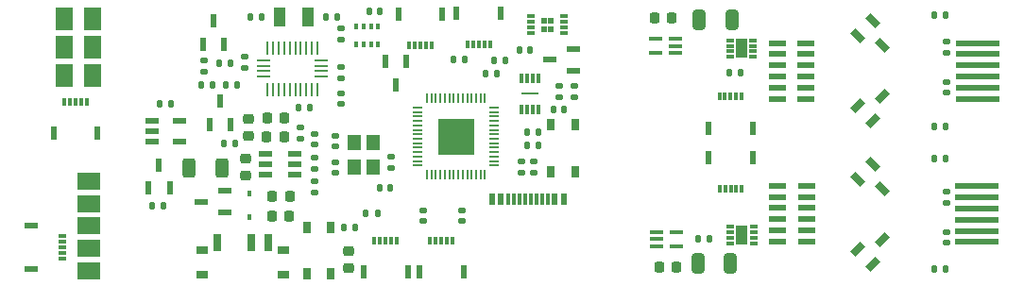
<source format=gbr>
%TF.GenerationSoftware,KiCad,Pcbnew,(6.0.4)*%
%TF.CreationDate,2023-04-22T21:53:26+09:00*%
%TF.ProjectId,kaguya-elec,6b616775-7961-42d6-956c-65632e6b6963,rev?*%
%TF.SameCoordinates,Original*%
%TF.FileFunction,Paste,Top*%
%TF.FilePolarity,Positive*%
%FSLAX46Y46*%
G04 Gerber Fmt 4.6, Leading zero omitted, Abs format (unit mm)*
G04 Created by KiCad (PCBNEW (6.0.4)) date 2023-04-22 21:53:26*
%MOMM*%
%LPD*%
G01*
G04 APERTURE LIST*
G04 Aperture macros list*
%AMRoundRect*
0 Rectangle with rounded corners*
0 $1 Rounding radius*
0 $2 $3 $4 $5 $6 $7 $8 $9 X,Y pos of 4 corners*
0 Add a 4 corners polygon primitive as box body*
4,1,4,$2,$3,$4,$5,$6,$7,$8,$9,$2,$3,0*
0 Add four circle primitives for the rounded corners*
1,1,$1+$1,$2,$3*
1,1,$1+$1,$4,$5*
1,1,$1+$1,$6,$7*
1,1,$1+$1,$8,$9*
0 Add four rect primitives between the rounded corners*
20,1,$1+$1,$2,$3,$4,$5,0*
20,1,$1+$1,$4,$5,$6,$7,0*
20,1,$1+$1,$6,$7,$8,$9,0*
20,1,$1+$1,$8,$9,$2,$3,0*%
%AMRotRect*
0 Rectangle, with rotation*
0 The origin of the aperture is its center*
0 $1 length*
0 $2 width*
0 $3 Rotation angle, in degrees counterclockwise*
0 Add horizontal line*
21,1,$1,$2,0,0,$3*%
G04 Aperture macros list end*
%ADD10R,0.300000X0.650000*%
%ADD11R,0.500000X1.150000*%
%ADD12R,1.200000X1.400000*%
%ADD13RoundRect,0.135000X-0.135000X-0.185000X0.135000X-0.185000X0.135000X0.185000X-0.135000X0.185000X0*%
%ADD14R,1.000000X1.800000*%
%ADD15RoundRect,0.225000X-0.225000X-0.250000X0.225000X-0.250000X0.225000X0.250000X-0.225000X0.250000X0*%
%ADD16RoundRect,0.135000X0.185000X-0.135000X0.185000X0.135000X-0.185000X0.135000X-0.185000X-0.135000X0*%
%ADD17R,1.200000X0.450000*%
%ADD18R,1.250000X0.600000*%
%ADD19RoundRect,0.140000X-0.140000X-0.170000X0.140000X-0.170000X0.140000X0.170000X-0.140000X0.170000X0*%
%ADD20RoundRect,0.140000X0.170000X-0.140000X0.170000X0.140000X-0.170000X0.140000X-0.170000X-0.140000X0*%
%ADD21RoundRect,0.140000X-0.170000X0.140000X-0.170000X-0.140000X0.170000X-0.140000X0.170000X0.140000X0*%
%ADD22R,1.500000X0.600000*%
%ADD23R,0.700000X0.300000*%
%ADD24R,1.000000X1.700000*%
%ADD25RoundRect,0.135000X0.135000X0.185000X-0.135000X0.185000X-0.135000X-0.185000X0.135000X-0.185000X0*%
%ADD26RoundRect,0.218750X-0.218750X-0.256250X0.218750X-0.256250X0.218750X0.256250X-0.218750X0.256250X0*%
%ADD27R,0.700000X1.500000*%
%ADD28R,1.000000X0.800000*%
%ADD29RotRect,0.600000X1.250000X135.000000*%
%ADD30RoundRect,0.225000X0.225000X0.250000X-0.225000X0.250000X-0.225000X-0.250000X0.225000X-0.250000X0*%
%ADD31RoundRect,0.135000X-0.185000X0.135000X-0.185000X-0.135000X0.185000X-0.135000X0.185000X0.135000X0*%
%ADD32R,1.200000X0.600000*%
%ADD33R,2.000000X1.500000*%
%ADD34RotRect,0.600000X1.250000X45.000000*%
%ADD35R,1.500000X2.000000*%
%ADD36RoundRect,0.140000X0.140000X0.170000X-0.140000X0.170000X-0.140000X-0.170000X0.140000X-0.170000X0*%
%ADD37RoundRect,0.250000X0.312500X0.625000X-0.312500X0.625000X-0.312500X-0.625000X0.312500X-0.625000X0*%
%ADD38R,0.600000X1.250000*%
%ADD39R,0.350000X0.500000*%
%ADD40RoundRect,0.225000X0.250000X-0.225000X0.250000X0.225000X-0.250000X0.225000X-0.250000X-0.225000X0*%
%ADD41RoundRect,0.218750X0.256250X-0.218750X0.256250X0.218750X-0.256250X0.218750X-0.256250X-0.218750X0*%
%ADD42R,4.000000X0.600000*%
%ADD43R,0.450000X0.600000*%
%ADD44R,0.200000X0.875000*%
%ADD45R,0.875000X0.200000*%
%ADD46R,3.200000X3.200000*%
%ADD47RoundRect,0.250000X0.325000X0.650000X-0.325000X0.650000X-0.325000X-0.650000X0.325000X-0.650000X0*%
%ADD48R,0.650000X1.050000*%
%ADD49R,0.500000X0.600000*%
%ADD50R,0.750000X0.300000*%
%ADD51R,1.150000X0.600000*%
%ADD52R,0.300000X0.900000*%
%ADD53R,1.650000X0.250000*%
%ADD54RoundRect,0.218750X0.218750X0.256250X-0.218750X0.256250X-0.218750X-0.256250X0.218750X-0.256250X0*%
%ADD55R,0.250000X1.274500*%
%ADD56R,1.174500X0.250000*%
%ADD57RoundRect,0.250000X-0.325000X-0.650000X0.325000X-0.650000X0.325000X0.650000X-0.325000X0.650000X0*%
%ADD58R,0.650000X0.300000*%
%ADD59R,1.150000X0.500000*%
%ADD60R,0.600000X1.140000*%
%ADD61R,0.300000X1.140000*%
G04 APERTURE END LIST*
D10*
%TO.C,J6*%
X198297500Y-142798211D03*
X198797500Y-142798211D03*
X199297500Y-142798211D03*
X199797500Y-142798211D03*
X200297500Y-142798211D03*
D11*
X201282500Y-145608211D03*
X197312500Y-145608211D03*
%TD*%
D12*
%TO.C,Y1*%
X198200000Y-136195000D03*
X198200000Y-133995000D03*
X196500000Y-133995000D03*
X196500000Y-136195000D03*
%TD*%
D13*
%TO.C,R15*%
X205390000Y-126550000D03*
X206410000Y-126550000D03*
%TD*%
D14*
%TO.C,Y2*%
X189800000Y-122705000D03*
X192300000Y-122705000D03*
%TD*%
D15*
%TO.C,C34*%
X223407989Y-122812500D03*
X224957989Y-122812500D03*
%TD*%
D16*
%TO.C,R14*%
X186650000Y-127315000D03*
X186650000Y-126295000D03*
%TD*%
D13*
%TO.C,R26*%
X227330000Y-142600000D03*
X228350000Y-142600000D03*
%TD*%
D17*
%TO.C,IC6*%
X225292989Y-125992500D03*
X225292989Y-125342500D03*
X225292989Y-124692500D03*
X223492989Y-124692500D03*
X223492989Y-125992500D03*
%TD*%
D18*
%TO.C,Q2*%
X184900000Y-140250000D03*
X184900000Y-138350000D03*
X182800000Y-139300000D03*
%TD*%
D19*
%TO.C,C13*%
X214320000Y-131055000D03*
X215280000Y-131055000D03*
%TD*%
D20*
%TO.C,C28*%
X249595620Y-142998594D03*
X249595620Y-142038594D03*
%TD*%
D21*
%TO.C,C11*%
X202700000Y-140075000D03*
X202700000Y-141035000D03*
%TD*%
%TO.C,C20*%
X249561758Y-124956269D03*
X249561758Y-125916269D03*
%TD*%
D22*
%TO.C,J8*%
X234392989Y-130072500D03*
X236992989Y-130072500D03*
X236992989Y-129072500D03*
X234392989Y-129072500D03*
X236992989Y-128072500D03*
X234392989Y-128072500D03*
X234392989Y-127072500D03*
X236992989Y-127072500D03*
X234392989Y-126072500D03*
X236992989Y-126072500D03*
X236992989Y-125072500D03*
X234392989Y-125072500D03*
%TD*%
D19*
%TO.C,C14*%
X191520000Y-130905000D03*
X192480000Y-130905000D03*
%TD*%
D23*
%TO.C,IC14*%
X232290000Y-143037500D03*
X232290000Y-142537500D03*
X232290000Y-142037500D03*
X232290000Y-141537500D03*
X230190000Y-141537500D03*
X230190000Y-142037500D03*
X230190000Y-142537500D03*
X230190000Y-143037500D03*
D24*
X231240000Y-142287500D03*
%TD*%
D25*
%TO.C,R13*%
X179360000Y-139700000D03*
X178340000Y-139700000D03*
%TD*%
D26*
%TO.C,F1*%
X189112500Y-138800000D03*
X190687500Y-138800000D03*
%TD*%
D27*
%TO.C,S2*%
X184250000Y-143005000D03*
X187250000Y-143005000D03*
X188750000Y-143005000D03*
D28*
X182850000Y-143655000D03*
X182850000Y-145855000D03*
X190150000Y-143655000D03*
X190150000Y-145855000D03*
%TD*%
D13*
%TO.C,R28*%
X248501758Y-132566269D03*
X249521758Y-132566269D03*
%TD*%
D10*
%TO.C,J14*%
X229210489Y-129875711D03*
X229710489Y-129875711D03*
X230210489Y-129875711D03*
X230710489Y-129875711D03*
X231210489Y-129875711D03*
D11*
X232195489Y-132685711D03*
X228225489Y-132685711D03*
%TD*%
D13*
%TO.C,R25*%
X248501758Y-122566269D03*
X249521758Y-122566269D03*
%TD*%
D25*
%TO.C,R24*%
X231082989Y-127742500D03*
X230062989Y-127742500D03*
%TD*%
D10*
%TO.C,J16*%
X170507500Y-130383210D03*
X171007500Y-130383210D03*
X171507500Y-130383210D03*
X172007500Y-130383210D03*
X172507500Y-130383210D03*
D11*
X173492500Y-133193210D03*
X169522500Y-133193210D03*
%TD*%
D21*
%TO.C,C9*%
X206100000Y-140075000D03*
X206100000Y-141035000D03*
%TD*%
D23*
%TO.C,IC12*%
X232252989Y-126322500D03*
X232252989Y-125822500D03*
X232252989Y-125322500D03*
X232252989Y-124822500D03*
X230152989Y-124822500D03*
X230152989Y-125322500D03*
X230152989Y-125822500D03*
X230152989Y-126322500D03*
D24*
X231202989Y-125572500D03*
%TD*%
D29*
%TO.C,IC7*%
X241631406Y-143539305D03*
X242974909Y-144882808D03*
X243788082Y-142726132D03*
%TD*%
D25*
%TO.C,R9*%
X198560000Y-140355000D03*
X197540000Y-140355000D03*
%TD*%
D30*
%TO.C,C16*%
X190675000Y-140600000D03*
X189125000Y-140600000D03*
%TD*%
D31*
%TO.C,R11*%
X195300000Y-123745000D03*
X195300000Y-124765000D03*
%TD*%
D32*
%TO.C,IC4*%
X178350000Y-132050000D03*
X178350000Y-133000000D03*
X178350000Y-133950000D03*
X180850000Y-133950000D03*
X180850000Y-132050000D03*
%TD*%
D33*
%TO.C,J19*%
X172730000Y-137486656D03*
X172730000Y-139486656D03*
X172730000Y-141486656D03*
X172730000Y-143486656D03*
X172730000Y-145486656D03*
%TD*%
D13*
%TO.C,R19*%
X185000000Y-128810000D03*
X186020000Y-128810000D03*
%TD*%
D34*
%TO.C,IC8*%
X242974909Y-135954380D03*
X241631406Y-137297883D03*
X243788082Y-138111056D03*
%TD*%
D21*
%TO.C,C22*%
X191700000Y-132675000D03*
X191700000Y-133635000D03*
%TD*%
D13*
%TO.C,R2*%
X195540000Y-141605000D03*
X196560000Y-141605000D03*
%TD*%
D19*
%TO.C,C10*%
X212020000Y-133055000D03*
X212980000Y-133055000D03*
%TD*%
%TO.C,C18*%
X197820000Y-122205000D03*
X198780000Y-122205000D03*
%TD*%
D35*
%TO.C,J17*%
X173000000Y-128000000D03*
X170500000Y-128000000D03*
X173000000Y-125460000D03*
X170500000Y-125460000D03*
X173000000Y-122920000D03*
X170500000Y-122920000D03*
%TD*%
D31*
%TO.C,R31*%
X214840000Y-128900000D03*
X214840000Y-129920000D03*
%TD*%
D36*
%TO.C,C5*%
X212250000Y-125680000D03*
X211290000Y-125680000D03*
%TD*%
D37*
%TO.C,R17*%
X184612500Y-136250000D03*
X181687500Y-136250000D03*
%TD*%
D38*
%TO.C,Q3*%
X178050000Y-138100000D03*
X179950000Y-138100000D03*
X179000000Y-136000000D03*
%TD*%
%TO.C,Q4*%
X183500000Y-132355000D03*
X185400000Y-132355000D03*
X184450000Y-130255000D03*
%TD*%
%TO.C,Q6*%
X201150000Y-126755000D03*
X199250000Y-126755000D03*
X200200000Y-128855000D03*
%TD*%
D20*
%TO.C,C7*%
X192900000Y-134185000D03*
X192900000Y-133225000D03*
%TD*%
D25*
%TO.C,R16*%
X210000000Y-126600000D03*
X208980000Y-126600000D03*
%TD*%
D10*
%TO.C,J5*%
X203415000Y-125255000D03*
X202915000Y-125255000D03*
X202415000Y-125255000D03*
X201915000Y-125255000D03*
X201415000Y-125255000D03*
D11*
X200430000Y-122445000D03*
X204400000Y-122445000D03*
%TD*%
D16*
%TO.C,R21*%
X216180000Y-129910000D03*
X216180000Y-128890000D03*
%TD*%
D17*
%TO.C,IC11*%
X223590000Y-142000000D03*
X223590000Y-142650000D03*
X223590000Y-143300000D03*
X225390000Y-143300000D03*
X225390000Y-142000000D03*
%TD*%
D31*
%TO.C,R7*%
X212550000Y-135695000D03*
X212550000Y-136715000D03*
%TD*%
D36*
%TO.C,C2*%
X209230000Y-127855000D03*
X208270000Y-127855000D03*
%TD*%
D19*
%TO.C,C12*%
X212020000Y-134255000D03*
X212980000Y-134255000D03*
%TD*%
D31*
%TO.C,R8*%
X211450000Y-135695000D03*
X211450000Y-136715000D03*
%TD*%
D13*
%TO.C,R18*%
X182760000Y-128810000D03*
X183780000Y-128810000D03*
%TD*%
D16*
%TO.C,R3*%
X199800000Y-136265000D03*
X199800000Y-135245000D03*
%TD*%
D39*
%TO.C,U3*%
X198630943Y-125150000D03*
X197980943Y-125150000D03*
X197330943Y-125150000D03*
X196680943Y-125150000D03*
X196690943Y-123550000D03*
X197340943Y-123550000D03*
X197990943Y-123550000D03*
X198640943Y-123550000D03*
%TD*%
D16*
%TO.C,R1*%
X183060000Y-127660000D03*
X183060000Y-126640000D03*
%TD*%
D18*
%TO.C,Q5*%
X216150000Y-127530000D03*
X216150000Y-125630000D03*
X214050000Y-126580000D03*
%TD*%
D40*
%TO.C,C26*%
X187000000Y-133430000D03*
X187000000Y-131880000D03*
%TD*%
D36*
%TO.C,C24*%
X180030000Y-130500000D03*
X179070000Y-130500000D03*
%TD*%
D21*
%TO.C,C4*%
X194800000Y-135775000D03*
X194800000Y-136735000D03*
%TD*%
D10*
%TO.C,J7*%
X203297500Y-142798211D03*
X203797500Y-142798211D03*
X204297500Y-142798211D03*
X204797500Y-142798211D03*
X205297500Y-142798211D03*
D11*
X202312500Y-145608211D03*
X206282500Y-145608211D03*
%TD*%
D15*
%TO.C,C29*%
X188675000Y-131805000D03*
X190225000Y-131805000D03*
%TD*%
D22*
%TO.C,J9*%
X237040000Y-137875000D03*
X234440000Y-137875000D03*
X237040000Y-138875000D03*
X234440000Y-138875000D03*
X237040000Y-139875000D03*
X234440000Y-139875000D03*
X237040000Y-140875000D03*
X234440000Y-140875000D03*
X237040000Y-141875000D03*
X234440000Y-141875000D03*
X237040000Y-142875000D03*
X234440000Y-142875000D03*
%TD*%
D41*
%TO.C,D1*%
X195950000Y-145292500D03*
X195950000Y-143717500D03*
%TD*%
D21*
%TO.C,C1*%
X195300000Y-129575000D03*
X195300000Y-130535000D03*
%TD*%
D42*
%TO.C,J11*%
X252361758Y-125066269D03*
X252361758Y-125066269D03*
X252361758Y-126066269D03*
X252361758Y-126066269D03*
X252361758Y-127066269D03*
X252361758Y-127066269D03*
X252361758Y-128066269D03*
X252361758Y-128066269D03*
X252361758Y-129066269D03*
X252361758Y-129066269D03*
X252361758Y-130066269D03*
X252361758Y-130066269D03*
%TD*%
D36*
%TO.C,C21*%
X188150000Y-122705000D03*
X187190000Y-122705000D03*
%TD*%
D43*
%TO.C,D3*%
X187050000Y-138600000D03*
X187050000Y-140700000D03*
%TD*%
D10*
%TO.C,J13*%
X231232500Y-138146790D03*
X230732500Y-138146790D03*
X230232500Y-138146790D03*
X229732500Y-138146790D03*
X229232500Y-138146790D03*
D11*
X228247500Y-135336790D03*
X232217500Y-135336790D03*
%TD*%
D16*
%TO.C,R20*%
X192900000Y-136365000D03*
X192900000Y-135345000D03*
%TD*%
D44*
%TO.C,IC1*%
X208204200Y-130017000D03*
X207804200Y-130017000D03*
X207404200Y-130017000D03*
X207004200Y-130017000D03*
X206604200Y-130017000D03*
X206204200Y-130017000D03*
X205804200Y-130017000D03*
X205404200Y-130017000D03*
X205004200Y-130017000D03*
X204604200Y-130017000D03*
X204204200Y-130017000D03*
X203804200Y-130017000D03*
X203404200Y-130017000D03*
X203004200Y-130017000D03*
D45*
X202166200Y-130855000D03*
X202166200Y-131255000D03*
X202166200Y-131655000D03*
X202166200Y-132055000D03*
X202166200Y-132455000D03*
X202166200Y-132855000D03*
X202166200Y-133255000D03*
X202166200Y-133655000D03*
X202166200Y-134055000D03*
X202166200Y-134455000D03*
X202166200Y-134855000D03*
X202166200Y-135255000D03*
X202166200Y-135655000D03*
X202166200Y-136055000D03*
D44*
X203004200Y-136893000D03*
X203404200Y-136893000D03*
X203804200Y-136893000D03*
X204204200Y-136893000D03*
X204604200Y-136893000D03*
X205004200Y-136893000D03*
X205404200Y-136893000D03*
X205804200Y-136893000D03*
X206204200Y-136893000D03*
X206604200Y-136893000D03*
X207004200Y-136893000D03*
X207404200Y-136893000D03*
X207804200Y-136893000D03*
X208204200Y-136893000D03*
D45*
X209042200Y-136055000D03*
X209042200Y-135655000D03*
X209042200Y-135255000D03*
X209042200Y-134855000D03*
X209042200Y-134455000D03*
X209042200Y-134055000D03*
X209042200Y-133655000D03*
X209042200Y-133255000D03*
X209042200Y-132855000D03*
X209042200Y-132455000D03*
X209042200Y-132055000D03*
X209042200Y-131655000D03*
X209042200Y-131255000D03*
X209042200Y-130855000D03*
D46*
X205604200Y-133455000D03*
%TD*%
D47*
%TO.C,C30*%
X230215000Y-144850000D03*
X227265000Y-144850000D03*
%TD*%
D48*
%TO.C,S1*%
X214125000Y-136580000D03*
X214125000Y-132430000D03*
X216275000Y-136580000D03*
X216275000Y-132430000D03*
%TD*%
D10*
%TO.C,J4*%
X208652500Y-125211790D03*
X208152500Y-125211790D03*
X207652500Y-125211790D03*
X207152500Y-125211790D03*
X206652500Y-125211790D03*
D11*
X209637500Y-122401790D03*
X205667500Y-122401790D03*
%TD*%
D13*
%TO.C,R4*%
X184340000Y-126900000D03*
X185360000Y-126900000D03*
%TD*%
D49*
%TO.C,IC3*%
X213475000Y-123050000D03*
X214125000Y-123050000D03*
X213475000Y-123800000D03*
X214125000Y-123800000D03*
D50*
X215300000Y-124175000D03*
X215300000Y-123675000D03*
X215300000Y-123175000D03*
X215300000Y-122675000D03*
X212300000Y-122675000D03*
X212300000Y-123175000D03*
X212300000Y-123675000D03*
X212300000Y-124175000D03*
%TD*%
D16*
%TO.C,R23*%
X192900000Y-138515000D03*
X192900000Y-137495000D03*
%TD*%
D25*
%TO.C,R27*%
X249505620Y-145368594D03*
X248485620Y-145368594D03*
%TD*%
D16*
%TO.C,R12*%
X195300000Y-128265000D03*
X195300000Y-127245000D03*
%TD*%
D51*
%TO.C,IC5*%
X188550000Y-135005000D03*
X188550000Y-135955000D03*
X188550000Y-136905000D03*
X191150000Y-136905000D03*
X191150000Y-135955000D03*
X191150000Y-135005000D03*
%TD*%
D38*
%TO.C,Q1*%
X182900000Y-125150000D03*
X184800000Y-125150000D03*
X183850000Y-123050000D03*
%TD*%
D34*
%TO.C,IC9*%
X242991047Y-123102055D03*
X241647544Y-124445558D03*
X243804220Y-125258731D03*
%TD*%
D52*
%TO.C,IC2*%
X212984200Y-128226400D03*
X212484200Y-128226400D03*
X211984200Y-128226400D03*
X211484200Y-128226400D03*
X211484200Y-131026400D03*
X211984200Y-131026400D03*
X212484200Y-131026400D03*
X212984200Y-131026400D03*
D53*
X212234200Y-129626400D03*
%TD*%
D36*
%TO.C,C8*%
X199730000Y-138055000D03*
X198770000Y-138055000D03*
%TD*%
D54*
%TO.C,L1*%
X190225000Y-133455000D03*
X188650000Y-133455000D03*
%TD*%
D30*
%TO.C,C27*%
X225365000Y-145150000D03*
X223815000Y-145150000D03*
%TD*%
D29*
%TO.C,IC10*%
X241647544Y-130686980D03*
X242991047Y-132030483D03*
X243804220Y-129873807D03*
%TD*%
D36*
%TO.C,C25*%
X185780000Y-134055000D03*
X184820000Y-134055000D03*
%TD*%
D42*
%TO.C,J12*%
X252295620Y-142918594D03*
X252295620Y-142918594D03*
X252295620Y-141918594D03*
X252295620Y-141918594D03*
X252295620Y-140918594D03*
X252295620Y-140918594D03*
X252295620Y-139918594D03*
X252295620Y-139918594D03*
X252295620Y-138918594D03*
X252295620Y-138918594D03*
X252295620Y-137918594D03*
X252295620Y-137918594D03*
%TD*%
D20*
%TO.C,C3*%
X194800000Y-134365000D03*
X194800000Y-133405000D03*
%TD*%
D48*
%TO.C,S3*%
X194400000Y-141580000D03*
X194400000Y-145730000D03*
X192250000Y-141580000D03*
X192250000Y-145730000D03*
%TD*%
D55*
%TO.C,AC1*%
X188700000Y-125492250D03*
D56*
X188337250Y-126605000D03*
X188337250Y-127105000D03*
X188337250Y-127605000D03*
X188337250Y-128105000D03*
D55*
X188700000Y-129217750D03*
X189200000Y-129217750D03*
X189700000Y-129217750D03*
X190200000Y-129217750D03*
X190700000Y-129217750D03*
X191200000Y-129217750D03*
X191700000Y-129217750D03*
X192200000Y-129217750D03*
X192700000Y-129217750D03*
X193200000Y-129217750D03*
D56*
X193562750Y-128105000D03*
X193562750Y-127605000D03*
X193562750Y-127105000D03*
X193562750Y-126605000D03*
D55*
X193200000Y-125492250D03*
X192700000Y-125492250D03*
X192200000Y-125492250D03*
X191700000Y-125492250D03*
X191200000Y-125492250D03*
X190700000Y-125492250D03*
X190200000Y-125492250D03*
X189700000Y-125492250D03*
X189200000Y-125492250D03*
%TD*%
D21*
%TO.C,C35*%
X249545620Y-138418594D03*
X249545620Y-139378594D03*
%TD*%
D40*
%TO.C,C15*%
X186750000Y-136980000D03*
X186750000Y-135430000D03*
%TD*%
D57*
%TO.C,C19*%
X227367989Y-123022500D03*
X230317989Y-123022500D03*
%TD*%
D58*
%TO.C,J18*%
X170306790Y-142397500D03*
X170306790Y-142897500D03*
X170306790Y-143397500D03*
X170306790Y-143897500D03*
X170306790Y-144397500D03*
D59*
X167496790Y-145382500D03*
X167496790Y-141412500D03*
%TD*%
D25*
%TO.C,R29*%
X249455620Y-135418594D03*
X248435620Y-135418594D03*
%TD*%
D20*
%TO.C,C36*%
X249611758Y-129516269D03*
X249611758Y-128556269D03*
%TD*%
D60*
%TO.C,U1*%
X208850000Y-139055000D03*
X209650000Y-139055000D03*
D61*
X210300000Y-139055000D03*
X210800000Y-139055000D03*
X211300000Y-139055000D03*
X211800000Y-139055000D03*
X212300000Y-139055000D03*
X212800000Y-139055000D03*
X213300000Y-139055000D03*
X213800000Y-139055000D03*
D60*
X214450000Y-139055000D03*
X215250000Y-139055000D03*
%TD*%
D19*
%TO.C,C23*%
X193970000Y-122705000D03*
X194930000Y-122705000D03*
%TD*%
M02*

</source>
